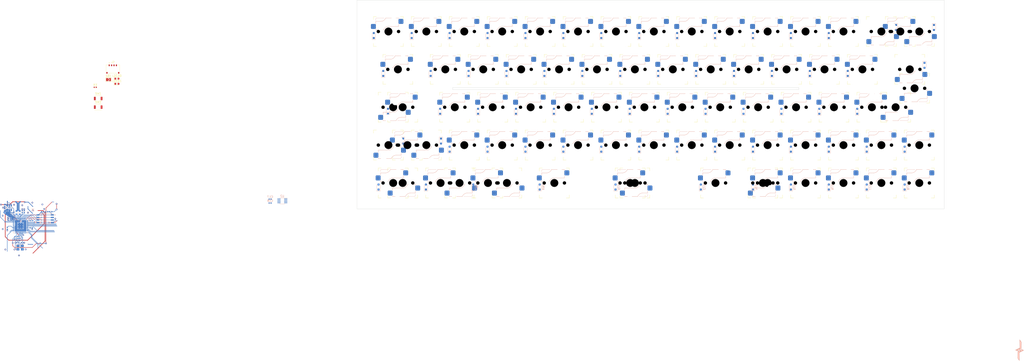
<source format=kicad_pcb>
(kicad_pcb (version 20221018) (generator pcbnew)
  (title_block (title "Calcite60 Keyboard") (rev "1.0") (company "SideraKB") (comment 1 "Open source hardware, CERN-OHL-P v2)") (comment 2 "Kailh Choc V1 (PG1350) Low Profile Switches"))
  (layers (0 "F.Cu" signal) (31 "B.Cu" signal) (34 "B.Paste" user) (35 "F.Paste" user) (36 "B.SilkS" user "B.Silkscreen") (37 "F.SilkS" user "F.Silkscreen") (38 "B.Mask" user) (39 "F.Mask" user) (44 "Edge.Cuts" user))
  (net 0 "")
  (net 1 "+5V")
  (net 2 "GND")
  (net 3 "+3V3")
  (net 4 "Net-(U4-XIN)")
  (net 5 "Net-(C5-Pad2)")
  (net 6 "+1V1")
  (net 7 "ROW_0")
  (net 8 "ROW_1")
  (net 9 "ROW_2")
  (net 10 "ROW_3")
  (net 11 "ROW_4")
  (net 12 "Net-(D1-A)")
  (net 13 "/USB_D+")
  (net 14 "/USB_D-")
  (net 15 "Net-(D2-A)")
  (net 16 "Net-(D3-A)")
  (net 17 "Net-(D4-A)")
  (net 18 "COL_0")
  (net 19 "COL_1")
  (net 20 "COL_2")
  (net 21 "COL_3")
  (net 22 "COL_4")
  (net 23 "COL_5")
  (net 24 "COL_6")
  (net 25 "COL_7")
  (net 26 "COL_8")
  (net 27 "COL_9")
  (net 28 "COL_10")
  (net 29 "COL_11")
  (net 30 "Net-(D5-A)")
  (net 31 "Net-(D6-A)")
  (net 32 "/RP2040/BOOT")
  (net 33 "/RP2040/QSPI_SS")
  (net 34 "Net-(D7-A)")
  (net 35 "/RP2040/~{RESET}")
  (net 36 "Net-(D8-A)")
  (net 37 "Net-(D9-A)")
  (net 38 "Net-(D10-A)")
  (net 39 "/RP2040/QSPI_D1")
  (net 40 "/RP2040/QSPI_D2")
  (net 41 "/RP2040/QSPI_D0")
  (net 42 "/RP2040/QSPI_SCLK")
  (net 43 "/RP2040/QSPI_D3")
  (net 44 "Net-(D11-A)")
  (net 45 "Net-(D12-A)")
  (net 46 "Net-(D13-A)")
  (net 47 "Net-(D14-A)")
  (net 48 "Net-(D17-A)")
  (net 49 "Net-(D18-A)")
  (net 50 "STATE_LED")
  (net 51 "Net-(D19-A)")
  (net 52 "Net-(D20-A)")
  (net 53 "Net-(D21-A)")
  (net 54 "Net-(D22-A)")
  (net 55 "Net-(D23-A)")
  (net 56 "Net-(D24-A)")
  (net 57 "Net-(D25-A)")
  (net 58 "Net-(D26-A)")
  (net 59 "Net-(D27-A)")
  (net 60 "Net-(D28-A)")
  (net 61 "Net-(D29-A)")
  (net 62 "Net-(D30-A)")
  (net 63 "Net-(D34-A)")
  (net 64 "Net-(D35-A)")
  (net 65 "Net-(D36-A)")
  (net 66 "Net-(D37-A)")
  (net 67 "Net-(D38-A)")
  (net 68 "Net-(D39-A)")
  (net 69 "Net-(D40-A)")
  (net 70 "Net-(D41-A)")
  (net 71 "Net-(D42-A)")
  (net 72 "Net-(D43-A)")
  (net 73 "Net-(D44-A)")
  (net 74 "Net-(D45-A)")
  (net 75 "Net-(D47-A)")
  (net 76 "Net-(D49-A)")
  (net 77 "Net-(D50-A)")
  (net 78 "Net-(D51-A)")
  (net 79 "Net-(D52-A)")
  (net 80 "Net-(D55-A)")
  (net 81 "Net-(D56-A)")
  (net 82 "Net-(D59-A)")
  (net 83 "Net-(D60-A)")
  (net 84 "Net-(SB1-A)")
  (net 85 "Net-(U4-USB_DP)")
  (net 86 "Net-(U4-USB_DM)")
  (net 87 "Net-(U4-XOUT)")
  (net 99 "Net-(D53-A)")
  (net 100 "Net-(D57-A)")
  (net 101 "Net-(D58-A)")
  (net 106 "Net-(D54-A)")
  (net 107 "ROW0")
  (net 108 "ROW1")
  (net 109 "Net-(D61-A)")
  (net 110 "Net-(D62-A)")
  (net 111 "Net-(D63-A)")
  (net 112 "Net-(D65-A)")
  (net 113 "COL0")
  (net 114 "COL1")
  (net 115 "COL2")
  (net 116 "COL3")
  (net 117 "COL4")
  (net 118 "COL5")
  (net 119 "COL6")
  (net 120 "COL7")
  (net 121 "COL8")
  (net 122 "COL9")
  (net 123 "COL10")
  (net 124 "COL11")
  (net 125 "COL12")
  (net 126 "COL13")
  (net 127 "COL14")
  (net 128 "ROW2")
  (net 129 "ROW3")
  (net 130 "ROW4")
  (net 131 "Net-(D67-A)")
  (net 132 "Net-(D69-A)")
  (net 133 "Net-(D70-A)")
  (net 134 "Net-(D72-A)")
  (net 135 "Net-(D75-A)")
  (net 136 "Net-(D76-A)")
  (net 137 "Net-(D77-A)")
  (net 138 "Net-(D78-A)")
  (net 139 "Net-(D16-A)")
  (net 140 "Net-(D33-A)")
  (net 141 "Net-(D74-A)")
  (net 143 "BACK_RGB_3V3")
  (net 144 "FRONT_RGB_3V3")
  (net 145 "FRONT_RGB_5V")
  (net 146 "Net-(LD100-K)")
  (footprint "key-switches:SW_MX_HotSwap" (layer "F.Cu") (at 82.94 157.362)
    (fp_text reference "KEY47" hide)
    (fp_text value "SW_Push_45deg" hide)
  )
  (footprint "key-switches:SW_MX_HotSwap" (layer "F.Cu") (at 311.54 157.362 180)
    (fp_text reference "KEY60" hide)
    (fp_text value "SW_Push_45deg" hide)
  )
  (footprint "key-switches:SW_MX_HotSwap" (layer "F.Cu") (at 321.065 119.262 180)
    (fp_text reference "KEY29" hide)
    (fp_text value "SW_Push_45deg" hide)
  )
  (footprint "key-switches:SW_MX_HotSwap" (layer "F.Cu") (at 337.73375 138.312)
    (fp_text reference "KEY46" hide)
    (fp_text value "SW_Push_45deg" hide)
  )
  (footprint "PCM_marbastlib-mx:STAB_MX_2.25u" (layer "F.Cu") (at 337.73375 138.312 180)
    (fp_text reference "S46" hide)
    (fp_text value "MX_stab")
  )
  (footprint "Button_Switch_SMD:SW_SPST_B3U-1000P" (layer "F.Cu") (at -62.88 138.262)
    (fp_text reference "SW2")
    (fp_text value "RESET")
  )
  (footprint "LED_SMD:LED_0603_1608Metric" (layer "F.Cu") (at -53.46 123.932)
    (fp_text reference "LD100")
    (fp_text value "Blue")
  )
  (footprint "Connector_Molex:Molex_Pico-EZmate_78171-0004_1x04-1MP_P1.20mm_Vertical" (layer "F.Cu") (at -55.53 119.100553)
    (fp_text reference "J2")
    (fp_text value "Conn_01x04")
  )
  (footprint "key-switches:SW_MX_HotSwap" (layer "F.Cu") (at 325.8275 138.312 180)
    (fp_text reference "KEY45" hide)
    (fp_text value "SW_Push_45deg" hide)
  )
  (footprint "key-switches:SW_MX_HotSwap" (layer "F.Cu") (at 225.815 119.262 180)
    (fp_text reference "KEY24" hide)
    (fp_text value "SW_Push_45deg" hide)
  )
  (footprint "key-switches:SW_MX_HotSwap" (layer "F.Cu") (at 349.64 157.362 180)
    (fp_text reference "KEY62" hide)
    (fp_text value "SW_Push_45deg" hide)
  )
  (footprint "key-switches:SW_MX_HotSwap" (layer "F.Cu") (at 247.24625 176.412 180)
    (fp_text reference "KEY72" hide)
    (fp_text value "SW_Push_45deg" hide)
  )
  (footprint "key-switches:SW_MX_HotSwap" (layer "F.Cu") (at 187.715 119.262 180)
    (fp_text reference "KEY22" hide)
    (fp_text value "SW_Push_45deg" hide)
  )
  (footprint "key-switches:SW_MX_HotSwap" (layer "F.Cu") (at 109.13375 176.412 180)
    (fp_text reference "KEY65" hide)
    (fp_text value "SW_Push_45deg" hide)
  )
  (footprint "key-switches:SW_MX_HotSwap" (layer "F.Cu") (at 178.19 157.362 180)
    (fp_text reference "KEY53" hide)
    (fp_text value "SW_Push_45deg" hide)
  )
  (footprint "key-switches:SW_MX_HotSwap" (layer "F.Cu") (at 273.44 176.412 180)
    (fp_text reference "KEY74" hide)
    (fp_text value "SW_Push_45deg" hide)
  )
  (footprint "key-switches:SW_MX_HotSwap" (layer "F.Cu") (at 311.54 100.212 180)
    (fp_text reference "KEY13" hide)
    (fp_text value "SW_Push_45deg" hide)
  )
  (footprint "key-switches:SW_MX_HotSwap" (layer "F.Cu") (at 168.665 119.262 180)
    (fp_text reference "KEY21" hide)
    (fp_text value "SW_Push_45deg" hide)
  )
  (footprint "key-switches:SW_MX_HotSwap" (layer "F.Cu") (at 211.5275 138.312 180)
    (fp_text reference "KEY39" hide)
    (fp_text value "SW_Push_45deg" hide)
  )
  (footprint "key-switches:SW_MX_HotSwap" (layer "F.Cu") (at 87.7025 119.262 180)
    (fp_text reference "KEY17" hide)
    (fp_text value "SW_Push_45deg" hide)
  )
  (footprint "key-switches:SW_MX_HotSwap" (layer "F.Cu") (at 101.99 100.212 180)
    (fp_text reference "KEY2" hide)
    (fp_text value "SW_Push_45deg" hide)
  )
  (footprint "key-switches:SW_MX_HotSwap" (layer "F.Cu") (at 159.14 157.362 180)
    (fp_text reference "KEY52" hide)
    (fp_text value "SW_Push_45deg" hide)
  )
  (footprint "key-switches:SW_MX_HotSwap" (layer "F.Cu") (at 306.7775 138.312 180)
    (fp_text reference "KEY44" hide)
    (fp_text value "SW_Push_45deg" hide)
  )
  (footprint "key-switches:SW_MX_HotSwap" (layer "F.Cu") (at 85.32125 138.312)
    (fp_text reference "KEY32" hide)
    (fp_text value "SW_Push_45deg" hide)
  )
  (footprint "key-switches:SW_MX_HotSwap" (layer "F.Cu") (at 149.615 119.262 180)
    (fp_text reference "KEY20" hide)
    (fp_text value "SW_Push_45deg" hide)
  )
  (footprint "key-switches:SW_MX_HotSwap" (layer "F.Cu") (at 244.865 119.262 180)
    (fp_text reference "KEY25" hide)
    (fp_text value "SW_Push_45deg" hide)
  )
  (footprint "key-switches:SW_MX_HotSwap" (layer "F.Cu") (at 90.08375 138.312 180)
    (fp_text reference "KEY33" hide)
    (fp_text value "SW_Push_45deg" hide)
  )
  (footprint "key-switches:SW_MX_HotSwap" (layer "F.Cu") (at 273.44 100.212 180)
    (fp_text reference "KEY11" hide)
    (fp_text value "SW_Push_45deg" hide)
  )
  (footprint "key-switches:SW_MX_HotSwap" (layer "F.Cu") (at 130.565 119.262 180)
    (fp_text reference "KEY19" hide)
    (fp_text value "SW_Push_45deg" hide)
  )
  (footprint "PCM_marbastlib-mx:STAB_MX_6.25u" (layer "F.Cu") (at 204.38375 176.412 180)
    (fp_text reference "S70" hide)
    (fp_text value "MX_stab")
  )
  (footprint "key-switches:SW_MX_HotSwap" (layer "F.Cu") (at 135.3275 138.312 180)
    (fp_text reference "KEY35" hide)
    (fp_text value "SW_Push_45deg" hide)
  )
  (footprint "key-switches:SW_MX_HotSwap" (layer "F.Cu") (at 142.47125 176.412)
    (fp_text reference "KEY68" hide)
    (fp_text value "SW_Push_45deg" hide)
  )
  (footprint "key-switches:SW_MX_HotSwap" (layer "F.Cu") (at 101.99 157.362)
    (fp_text reference "KEY49" hide)
    (fp_text value "SW_Push_45deg" hide)
  )
  (footprint "PCM_marbastlib-mx:STAB_MX_2u" (layer "F.Cu") (at 92.465 157.362)
    (fp_text reference "S48" hide)
    (fp_text value "MX_stab")
  )
  (footprint "PCM_marbastlib-mx:STAB_MX_ISO" (layer "F.Cu") (at 347.25875 128.787)
    (fp_text reference "S31" hide)
    (fp_text value "MX_stab")
  )
  (footprint "key-switches:SW_MX_HotSwap" (layer "F.Cu") (at 90.08375 176.412)
    (fp_text reference "KEY64" hide)
    (fp_text value "SW_Push_45deg" hide)
  )
  (footprint "PCM_marbastlib-mx:STAB_MX_3u" (layer "F.Cu") (at 206.765 176.412 180)
    (fp_text reference "S71" hide)
    (fp_text value "MX_stab")
  )
  (footprint "key-switches:SW_MX_HotSwap" (layer "F.Cu") (at 92.465 157.362 180)
    (fp_text reference "KEY48" hide)
    (fp_text value "SW_Push_45deg" hide)
  )
  (footprint "key-switches:SW_MX_HotSwap" (layer "F.Cu") (at 140.09 100.212 180)
    (fp_text reference "KEY4" hide)
    (fp_text value "SW_Push_45deg" hide)
  )
  (footprint "key-switches:SW_MX_HotSwap" (layer "F.Cu") (at 85.32125 176.412 180)
    (fp_text reference "KEY63" hide)
    (fp_text value "SW_Push_45deg" hide)
  )
  (footprint "key-switches:SW_MX_HotSwap" (layer "F.Cu") (at 311.54 176.412 180)
    (fp_text reference "KEY76" hide)
    (fp_text value "SW_Push_45deg" hide)
  )
  (footprint "key-switches:SW_MX_HotSwap" (layer "F.Cu") (at 132.94625 176.412 180)
    (fp_text reference "KEY67" hide)
    (fp_text value "SW_Push_45deg" hide)
  )
  (footprint "key-switches:SW_MX_HotSwap" (layer "F.Cu") (at 344.8775 119.262)
    (fp_text reference "KEY30" hide)
    (fp_text value "SW_Push_45deg" hide)
  )
  (footprint "Button_Switch_SMD:SW_SPST_B3U-1000P" (layer "F.Cu") (at -62.88 133.912)
    (fp_text reference "SW1")
    (fp_text value "BOOT")
  )
  (footprint "key-switches:SW_MX_HotSwap" (layer "F.Cu") (at 118.65875 176.412)
    (fp_text reference "KEY66" hide)
    (fp_text value "SW_Push_45deg" hide)
  )
  (footprint "key-switches:SW_MX_HotSwap" (layer "F.Cu") (at 282.965 119.262 180)
    (fp_text reference "KEY27" hide)
    (fp_text value "SW_Push_45deg" hide)
  )
  (footprint "key-switches:SW_MX_HotSwap" (layer "F.Cu") (at 216.29 100.212 180)
    (fp_text reference "KEY8" hide)
    (fp_text value "SW_Push_45deg" hide)
  )
  (footprint "key-switches:SW_MX_HotSwap" (layer "F.Cu") (at 271.05875 176.412)
    (fp_text reference "KEY73" hide)
    (fp_text value "SW_Push_45deg" hide)
  )
  (footprint "key-switches:SW_MX_HotSwap" (layer "F.Cu") (at 330.59 100.212)
    (fp_text reference "KEY14" hide)
    (fp_text value "SW_Push_45deg" hide)
  )
  (footprint "key-switches:SW_MX_HotSwap" (layer "F.Cu") (at 349.64 100.212)
    (fp_text reference "KEY16" hide)
    (fp_text value "SW_Push_45deg" hide)
  )
  (footprint "key-switches:SW_MX_HotSwap" (layer "F.Cu") (at 121.04 100.212 180)
    (fp_text reference "KEY3" hide)
    (fp_text value "SW_Push_45deg" hide)
  )
  (footprint "key-switches:SW_MX_HotSwap" (layer "F.Cu") (at 292.49 176.412 180)
    (fp_text reference "KEY75" hide)
    (fp_text value "SW_Push_45deg" hide)
  )
  (footprint "key-switches:SW_MX_HotSwap" (layer "F.Cu") (at 206.765 119.262 180)
    (fp_text reference "KEY23" hide)
    (fp_text value "SW_Push_45deg" hide)
  )
  (footprint "key-switches:SW_MX_HotSwap" (layer "F.Cu") (at 292.49 157.362 180)
    (fp_text reference "KEY59" hide)
    (fp_text value "SW_Push_45deg" hide)
  )
  (footprint "key-switches:SW_MX_HotSwap" (layer "F.Cu") (at 263.915 119.262 180)
    (fp_text reference "KEY26" hide)
    (fp_text value "SW_Push_45deg" hide)
  )
  (footprint "key-switches:SW_MX_HotSwap" (layer "F.Cu") (at 173.4275 138.312 180)
    (fp_text reference "KEY37" hide)
    (fp_text value "SW_Push_45deg" hide)
  )
  (footprint "key-switches:SW_MX_HotSwap" (layer "F.Cu") (at 204.38375 176.412 180)
    (fp_text reference "KEY70" hide)
    (fp_text value "SW_Push_45deg" hide)
  )
  (footprint "key-switches:SW_MX_HotSwap" (layer "F.Cu") (at 197.24 157.362 180)
    (fp_text reference "KEY54" hide)
    (fp_text value "SW_Push_45deg" hide)
  )
  (footprint "key-switches:SW_MX_HotSwap" (layer "F.Cu") (at 178.19 100.212 180)
    (fp_text reference "KEY6" hide)
    (fp_text value "SW_Push_45deg" hide)
  )
  (footprint "key-switches:SW_MX_HotSwap" (layer "F.Cu") (at 159.14 100.212 180)
    (fp_text reference "KEY5" hide)
    (fp_text value "SW_Push_45deg" hide)
  )
  (footprint "key-switches:SW_MX_HotSwap" (layer "F.Cu") (at 273.44 157.362 180)
    (fp_text reference "KEY58" hide)
    (fp_text value "SW_Push_45deg" hide)
  )
  (footprint "key-switches:SW_MX_HotSwap" (layer "F.Cu") (at 192.4775 138.312 180)
    (fp_text reference "KEY38" hide)
    (fp_text value "SW_Push_45deg" hide)
  )
  (footprint "key-switches:SW_MX_HotSwap" (layer "F.Cu") (at 235.34 100.212 180)
    (fp_text reference "KEY9" hide)
    (fp_text value "SW_Push_45deg" hide)
  )
  (footprint "key-switches:SW_MX_HotSwap" (layer "F.Cu") (at 116.2775 138.312 180)
    (fp_text reference "KEY34" hide)
    (fp_text value "SW_Push_45deg" hide)
  )
  (footprint "key-switches:SW_MX_HotSwap" (layer "F.Cu") (at 347.25875 128.787)
    (fp_text reference "KEY31" hide)
    (fp_text value "SW_Push_45deg" hide)
  )
  (footprint "LED_SMD:LED_0603_1608Metric" (layer "F.Cu") (at -53.46 126.522)
    (fp_text reference "LD101")
    (fp_text value "Blue")
  )
  (footprint "PCM_marbastlib-mx:STAB_MX_2u" (layer "F.Cu") (at 340.115 100.212)
    (fp_text reference "S15" hide)
    (fp_text value "MX_stab")
  )
  (footprint "key-switches:SW_MX_HotSwap" (layer "F.Cu") (at 216.29 157.362 180)
    (fp_text reference "KEY55" hide)
    (fp_text value "SW_Push_45deg" hide)
  )
  (footprint "key-switches:SW_MX_HotSwap" (layer "F.Cu") (at 82.94 100.212 180)
    (fp_text reference "KEY1" hide)
    (fp_text value "SW_Push_45deg" hide)
  )
  (footprint "key-switches:SW_MX_HotSwap" (layer "F.Cu") (at 154.3775 138.312 180)
    (fp_text reference "KEY36" hide)
    (fp_text value "SW_Push_45deg" hide)
  )
  (footprint "key-switches:SW_MX_HotSwap" (layer "F.Cu") (at 254.39 157.362 180)
    (fp_text reference "KEY57" hide)
    (fp_text value "SW_Push_45deg" hide)
  )
  (footprint "key-switches:SW_MX_HotSwap" (layer "F.Cu") (at 206.765 176.412)
    (fp_text reference "KEY71" hide)
    (fp_text value "SW_Push_45deg" hide)
  )
  (footprint "Resistor_SMD:R_0402_1005Metric" (layer "F.Cu") (at -64.35 128.282)
    (fp_text reference "R3")
    (fp_text value "1k")
  )
  (footprint "key-switches:SW_MX_HotSwap" (layer "F.Cu") (at 292.49 100.212 180)
    (fp_text reference "KEY12" hide)
    (fp_text value "SW_Push_45deg" hide)
  )
  (footprint "key-switches:SW_MX_HotSwap" (layer "F.Cu") (at 340.115 100.212 180)
    (fp_text reference "KEY15" hide)
    (fp_text value "SW_Push_45deg" hide)
  )
  (footprint "key-switches:SW_MX_HotSwap" (layer "F.Cu") (at 330.59 176.412 180)
    (fp_text reference "KEY77" hide)
    (fp_text value "SW_Push_45deg" hide)
  )
  (footprint "key-switches:SW_MX_HotSwap" (layer "F.Cu") (at 235.34 157.362 180)
    (fp_text reference "KEY56" hide)
    (fp_text value "SW_Push_45deg" hide)
  )
  (footprint "key-switches:SW_MX_HotSwap" (layer "F.Cu") (at 140.09 157.362 180)
    (fp_text reference "KEY51" hide)
    (fp_text value "SW_Push_45deg" hide)
  )
  (footprint "key-switches:SW_MX_HotSwap" (layer "F.Cu") (at 166.28375 176.412 180)
    (fp_text reference "KEY69" hide)
    (fp_text value "SW_Push_45deg" hide)
  )
  (footprint "key-switches:SW_MX_HotSwap" (layer "F.Cu") (at 349.64 176.412 180)
    (fp_text reference "KEY78" hide)
    (fp_text value "SW_Push_45deg" hide)
  )
  (footprint "key-switches:SW_MX_HotSwap" (layer "F.Cu") (at 111.515 119.262 180)
    (fp_text reference "KEY18" hide)
    (fp_text value "SW_Push_45deg" hide)
  )
  (footprint "key-switches:SW_MX_HotSwap" (layer "F.Cu") (at 121.04 157.362 180)
    (fp_text reference "KEY50" hide)
    (fp_text value "SW_Push_45deg" hide)
  )
  (footprint "key-switches:SW_MX_HotSwap" (layer "F.Cu") (at 249.6275 138.312 180)
    (fp_text reference "KEY41" hide)
    (fp_text value "SW_Push_45deg" hide)
  )
  (footprint "key-switches:SW_MX_HotSwap" (layer "F.Cu") (at 254.39 100.212 180)
    (fp_text reference "KEY10" hide)
    (fp_text value "SW_Push_45deg" hide)
  )
  (footprint "Jumper:SolderJumper-2_P1.3mm_Open_TrianglePad1.0x1.5mm" (layer "F.Cu") (at -57.68 124.412)
    (fp_text reference "SB1")
    (fp_text value "SolderJumper_2_Open")
  )
  (footprint "key-switches:SW_MX_HotSwap" (layer "F.Cu") (at 330.59 157.362 180)
    (fp_text reference "KEY61" hide)
    (fp_text value "SW_Push_45deg" hide)
  )
  (footprint "key-switches:SW_MX_HotSwap" (layer "F.Cu") (at 230.5775 138.312 180)
    (fp_text reference "KEY40" hide)
    (fp_text value "SW_Push_45deg" hide)
  )
  (footprint "key-switches:SW_MX_HotSwap" (layer "F.Cu") (at 287.7275 138.312 180)
    (fp_text reference "KEY43" hide)
    (fp_text value "SW_Push_45deg" hide)
  )
  (footprint "key-switches:SW_MX_HotSwap" (layer "F.Cu") (at 302.015 119.262 180)
    (fp_text reference "KEY28" hide)
    (fp_text value "SW_Push_45deg" hide)
  )
  (footprint "key-switches:SW_MX_HotSwap" (layer "F.Cu") (at 268.6775 138.312 180)
    (fp_text reference "KEY42" hide)
    (fp_text value "SW_Push_45deg" hide)
  )
  (footprint "key-switches:SW_MX_HotSwap" (layer "F.Cu") (at 197.24 100.212 180)
    (fp_text reference "KEY7" hide)
    (fp_text value "SW_Push_45deg" hide)
  )
  (footprint "Diode_SMD:D_SOD-323_HandSoldering" (layer "B.Cu") (at 247.024 159.394 90)
    (fp_text reference "D57" hide)
    (fp_text value "1N4148")
  )
  (footprint "Capacitor_SMD:C_0402_1005Metric" (layer "B.Cu") (at -108.5582 199.232 -90)
    (fp_text reference "C12" hide)
    (fp_text value "100nF")
  )
  (footprint "Diode_SMD:D_SOD-323_HandSoldering" (layer "B.Cu") (at 342.274 159.394 90)
    (fp_text reference "D62" hide)
    (fp_text value "1N4148")
  )
  (footprint "Diode_SMD:D_SOD-323_HandSoldering" (layer "B.Cu") (at 304.174 178.444 90)
    (fp_text reference "D76")
    (fp_text value "1N4148")
  )
  (footprint "Diode_SMD:D_SOD-323_HandSoldering" (layer "B.Cu") (at 357.006 98.18 -90)
    (fp_text reference "D16" hide)
    (fp_text value "1N4148")
  )
  (footprint "Diode_SMD:D_SOD-323_HandSoldering" (layer "B.Cu") (at 125.58025 178.444 90)
    (fp_text reference "D67")
    (fp_text value "1N4148")
  )
  (footprint "Resistor_SMD:R_0402_1005Metric" (layer "B.Cu") (at -104.7118 204.0072 90)
    (fp_text reference "R9" hide)
    (fp_text value "10k")
  )
  (footprint "Resistor_SMD:R_0603_1608Metric" (layer "B.Cu") (at -103.91 191.362 -90)
    (fp_text reference "R5" hide)
    (fp_text value "27")
  )
  (footprint "Package_TO_SOT_SMD:SOT-23-5" (layer "B.Cu") (at -107.533 188.818 -90)
    (fp_text reference "U1" hide)
    (fp_text value "RT9013-33GB")
  )
  (footprint "Package_SO:SOIC-8_5.23x5.23mm_P1.27mm" (layer "B.Cu") (at -89.5082 194.406 180)
    (fp_text reference "U3" hide)
    (fp_text value "W25Q128JVS")
  )
  (footprint "Diode_SMD:D_SOD-323_HandSoldering" (layer "B.Cu") (at 158.91775 178.444 90)
    (fp_text reference "D69")
    (fp_text value "1N4148")
  )
  (footprint "Capacitor_SMD:C_0402_1005Metric" (layer "B.Cu") (at -107.31 194.162 180)
    (fp_text reference "C10" hide)
    (fp_text value "100nF")
  )
  (footprint "Diode_SMD:D_SOD-323_HandSoldering" (layer "B.Cu") (at 189.874 102.244 90)
    (fp_text reference "D7" hide)
    (fp_text value "1N4148")
  )
  (footprint "Diode_SMD:D_SOD-323_HandSoldering" (layer "B.Cu") (at 170.824 102.244 90)
    (fp_text reference "D6" hide)
    (fp_text value "1N4148")
  )
  (footprint "Capacitor_SMD:C_0402_1005Metric" (layer "B.Cu") (at -106.31 191.962 90)
    (fp_text reference "C16" hide)
    (fp_text value "1uF")
  )
  (footprint "Diode_SMD:D_SOD-323_HandSoldering" (layer "B.Cu") (at 342.274 178.444 90)
    (fp_text reference "D78")
    (fp_text value "1N4148")
  )
  (footprint "Package_SO:SSOP-8_2.95x2.8mm_P0.65mm" (layer "B.Cu") (at 29.64 185.412 180)
    (fp_text reference "U2")
    (fp_text value "TXS0102DCT")
  )
  (footprint "Diode_SMD:D_SOD-323_HandSoldering" (layer "B.Cu") (at 80.3365 121.294 90)
    (fp_text reference "D17" hide)
    (fp_text value "1N4148")
  )
  (footprint "Capacitor_SMD:C_0402_1005Metric" (layer "B.Cu") (at -96.51 195.362)
    (fp_text reference "C13" hide)
    (fp_text value "100nF")
  )
  (footprint "Diode_SMD:D_SOD-323_HandSoldering" (layer "B.Cu") (at 285.124 178.444 90)
    (fp_text reference "D75")
    (fp_text value "1N4148")
  )
  (footprint "Diode_SMD:D_SOD-323_HandSoldering" (layer "B.Cu") (at 323.224 178.444 90)
    (fp_text reference "D77")
    (fp_text value "1N4148")
  )
  (footprint "Diode_SMD:D_SOD-323_HandSoldering" (layer "B.Cu") (at 123.199 121.294 90)
    (fp_text reference "D19" hide)
    (fp_text value "1N4148")
  )
  (footprint "Diode_SMD:D_SOD-323_HandSoldering" (layer "B.Cu") (at 352.2435 117.23 -90)
    (fp_text reference "D30" hide)
    (fp_text value "1N4148")
  )
  (footprint "Diode_SMD:D_SOD-323_HandSoldering" (layer "B.Cu") (at 199.399 121.294 90)
    (fp_text reference "D23" hide)
    (fp_text value "1N4148")
  )
  (footprint "Diode_SMD:D_SOD-323_HandSoldering" (layer "B.Cu") (at 261.3115 140.344 90)
    (fp_text reference "D42" hide)
    (fp_text value "1N4148")
  )
  (footprint "Diode_SMD:D_SOD-323_HandSoldering" (layer "B.Cu") (at 304.174 102.244 90)
    (fp_text reference "D13" hide)
    (fp_text value "1N4148")
  )
  (footprint "Diode_SMD:D_SOD-323_HandSoldering" (layer "B.Cu") (at 218.449 121.294 90)
    (fp_text reference "D24" hide)
    (fp_text value "1N4148")
  )
  (footprint "Diode_SMD:D_SOD-323_HandSoldering" (layer "B.Cu") (at 227.974 102.244 90)
    (fp_text reference "D9" hide)
    (fp_text value "1N4148")
  )
  (footprint "Diode_SMD:D_SOD-323_HandSoldering" (layer "B.Cu") (at 294.649 121.294 90)
    (fp_text reference "D28" hide)
    (fp_text value "1N4148")
  )
  (footprint "Capacitor_SMD:C_0402_1005Metric" (layer "B.Cu") (at 23.504 184.54 180)
    (fp_text reference "C17")
    (fp_text value "100nF")
  )
  (footprint "Diode_SMD:D_SOD-323_HandSoldering" (layer "B.Cu") (at 223.2115 140.344 90)
    (fp_text reference "D40" hide)
    (fp_text value "1N4148")
  )
  (footprint "Diode_SMD:D_SOD-323_HandSoldering" (layer "B.Cu") (at 337.956 98.18 -90)
    (fp_text reference "D14" hide)
    (fp_text value "1N4148")
  )
  (footprint "Diode_SMD:D_SOD-323_HandSoldering" (layer "B.Cu") (at 132.724 102.244 90)
    (fp_text reference "D4" hide)
    (fp_text value "1N4148")
  )
  (footprint "Diode_SMD:D_SOD-323_HandSoldering" (layer "B.Cu") (at 323.224 159.394 90)
    (fp_text reference "D61" hide)
    (fp_text value "1N4148")
  )
  (footprint "Diode_SMD:D_SOD-323_HandSoldering" (layer "B.Cu") (at 208.924 159.394 90)
    (fp_text reference "D55" hide)
    (fp_text value "1N4148")
  )
  (footprint "Diode_SMD:D_SOD-323_HandSoldering" (layer "B.Cu") (at 239.88025 178.444 90)
    (fp_text reference "D72")
    (fp_text value "1N4148")
  )
  (footprint "Resistor_SMD:R_0603_1608Metric" (layer "B.Cu") (at -102.31 191.362 -90)
    (fp_text reference "R4" hide)
    (fp_text value "27")
  )
  (footprint "Diode_SMD:D_SOD-323_HandSoldering" (layer "B.Cu") (at 82.71775 140.344 90)
    (fp_text reference "D33" hide)
    (fp_text value "1N4148")
  )
  (footprint "Diode_SMD:D_SOD-323_HandSoldering" (layer "B.Cu") (at 147.0115 140.344 90)
    (fp_text reference "D36" hide)
    (fp_text value "1N4148")
  )
  (footprint "Capacitor_SMD:C_0402_1005Metric" (layer "B.Cu") (at -101.022 206.471 180)
    (fp_text reference "C4" hide)
    (fp_text value "20pF")
  )
  (footprint "Capacitor_SMD:C_0402_1005Metric" (layer "B.Cu") (at -107.31 195.162 180)
    (fp_text reference "C11" hide)
    (fp_text value "100nF")
  )
  (footprint "Diode_SMD:D_SOD-323_HandSoldering" (layer "B.Cu") (at 94.624 102.244 90)
    (fp_text reference "D2" hide)
    (fp_text value "1N4148")
  )
  (footprint "Diode_SMD:D_SOD-323_HandSoldering" (layer "B.Cu") (at 266.074 159.394 90)
    (fp_text reference "D58" hide)
    (fp_text value "1N4148")
  )
  (footprint "Diode_SMD:D_SOD-323_HandSoldering" (layer "B.Cu") (at 237.499 121.294 90)
    (fp_text reference "D25" hide)
    (fp_text value "1N4148")
  )
  (footprint "Diode_SMD:D_SOD-323_HandSoldering" (layer "B.Cu") (at 227.974 159.394 90)
    (fp_text reference "D56" hide)
    (fp_text value "1N4148")
  )
  (footprint "Diode_SMD:D_SOD-323_HandSoldering" (layer "B.Cu") (at 151.774 102.244 90)
    (fp_text reference "D5" hide)
    (fp_text value "1N4148")
  )
  (footprint "Diode_SMD:D_SOD-323_HandSoldering" (layer "B.Cu") (at 204.1615 140.344 90)
    (fp_text reference "D39" hide)
    (fp_text value "1N4148")
  )
  (footprint "Crystal:Crystal_SMD_3225-4Pin_3.2x2.5mm" (layer "B.Cu") (at -102.0888 208.9094)
    (fp_text reference "Y1" hide)
    (fp_text value "12MHz")
  )
  (footprint "Resistor_SMD:R_0402_1005Metric" (layer "B.Cu") (at -103.181 205.455)
    (fp_text reference "R8" hide)
    (fp_text value "1k")
  )
  (footprint "Diode_SMD:D_SOD-323_HandSoldering" (layer "B.Cu") (at 280.3615 140.344 90)
    (fp_text reference "D43" hide)
    (fp_text value "1N4148")
  )
  (footprint "Diode_SMD:D_SOD-323_HandSoldering" (layer "B.Cu") (at 275.599 121.294 90)
    (fp_text reference "D27" hide)
    (fp_text value "1N4148")
  )
  (footprint "Diode_SMD:D_SOD-323_HandSoldering" (layer "B.Cu") (at 166.0615 140.344 90)
    (fp_text reference "D37" hide)
    (fp_text value "1N4148")
  )
  (footprint "Diode_SMD:D_SOD-323_HandSoldering" (layer "B.Cu") (at 142.249 121.294 90)
    (fp_text reference "D20" hide)
    (fp_text value "1N4148")
  )
  (footprint "Diode_SMD:D_SOD-323_HandSoldering" (layer "B.Cu") (at 127.9615 140.344 90)
    (fp_text reference "D35" hide)
    (fp_text value "1N4148")
  )
  (footprint "Diode_SMD:D_SOD-323_HandSoldering" (layer "B.Cu") (at 189.874 159.394 90)
    (fp_text reference "D54" hide)
    (fp_text value "1N4148")
  )
  (footprint "Diode_SMD:D_SOD-323_HandSoldering" (layer "B.Cu") (at 109.356 155.33 -90)
    (fp_text reference "D49" hide)
    (fp_text value "1N4148")
  )
  (footprint "Diode_SMD:D_SOD-323_HandSoldering" (layer "B.Cu") (at 113.674 102.244 90)
    (fp_text reference "D3" hide)
    (fp_text value "1N4148")
  )
  (footprint "Diode_SMD:D_SOD-323_HandSoldering" (layer "B.Cu") (at 304.174 159.394 90)
    (fp_text reference "D60" hide)
    (fp_text value "1N4148")
  )
  (footprint "Diode_SMD:D_SOD-323_HandSoldering" (layer "B.Cu") (at 108.9115 140.344 90)
    (fp_text reference "D34" hide)
    (fp_text value "1N4148")
  )
  (footprint "Capacitor_SMD:C_0402_1005Metric" (layer "B.Cu") (at -109.91 187.718 -90)
    (fp_text reference "C1" hide)
    (fp_text value "1uF")
  )
  (footprint "Diode_SMD:D_SOD-323_HandSoldering" (layer "B.Cu") (at 285.124 102.244 90)
    (fp_text reference "D12" hide)
    (fp_text value "1N4148")
  )
  (footprint "Diode_SMD:D_SOD-323_HandSoldering" (layer "B.Cu") (at 299.4115 140.344 90)
    (fp_text reference "D44" hide)
    (fp_text value "1N4148")
  )
  (footprint "Diode_SMD:D_SOD-323_HandSoldering" (layer "B.Cu") (at 101.76775 178.444 90)
    (fp_text reference "D65" hide)
    (fp_text value "1N4148")
  )
  (footprint "Diode_SMD:D_SOD-323_HandSoldering" (layer "B.Cu") (at 132.724 159.394 90)
    (fp_text reference "D51" hide)
    (fp_text value "1N4148")
  )
  (footprint "Capacitor_SMD:C_0402_1005Metric" (layer "B.Cu") (at -101.01 190.762 90)
    (fp_text reference "C9" hide)
    (fp_text value "100nF")
  )
  (footprint "Diode_SMD:D_SOD-323_HandSoldering" (layer "B.Cu") (at 266.074 178.444 90)
    (fp_text reference "D74")
    (fp_text value "1N4148")
  )
  (footprint "Diode_SMD:D_SOD-323_HandSoldering" (layer "B.Cu") (at 318.4615 140.344 90)
    (fp_text reference "D45" hide)
    (fp_text value "1N4148")
  )
  (footprint "Diode_SMD:D_SOD-323_HandSoldering" (layer "B.Cu") (at 313.699 121.294 90)
    (fp_text reference "D29" hide)
    (fp_text value "1N4148")
  )
  (footprint "Diode_SMD:D_SOD-323_HandSoldering" (layer "B.Cu") (at 266.074 102.244 90)
    (fp_text reference "D11" hide)
    (fp_text value "1N4148")
  )
  (footprint "Diode_SMD:D_SOD-323_HandSoldering" (layer "B.Cu") (at 77.95525 178.444 90)
    (fp_text reference "D63" hide)
    (fp_text value "1N4148")
  )
  (footprint "Diode_SMD:D_SOD-323_HandSoldering" (layer "B.Cu") (at 185.1115 140.344 90)
    (fp_text reference "D38" hide)
    (fp_text value "1N4148")
  )
  (footprint "Diode_SMD:D_SOD-323_HandSoldering" (layer "B.Cu") (at 285.124 159.394 90)
    (fp_text reference "D59" hide)
    (fp_text value "1N4148")
  )
  (footprint "Capacitor_SMD:C_0402_1005Metric" (layer "B.Cu") (at -90.7782 190.85)
    (fp_text reference "C3" hide)
    (fp_text value "100nF")
  )
  (footprint "Diode_SMD:D_SOD-323_HandSoldering" (layer "B.Cu") (at 113.674 159.394 90)
    (fp_text reference "D50" hide)
    (fp_text value "1N4148")
  )
  (footprint "Capacitor_SMD:C_0402_1005Metric" (layer "B.Cu") (at -105.31 191.962 90)
    (fp_text reference "C8" hide)
    (fp_text value "1uF")
  )
  (footprint "Diode_SMD:D_SOD-323_HandSoldering" (layer "B.Cu") (at 180.349 121.294 90)
    (fp_text reference "D22" hide)
    (fp_text value "1N4148")
  )
  (footprint "Capacitor_SMD:C_0402_1005Metric" (layer "B.Cu") (at -100.01 190.762 90)
    (fp_text reference "C6" hide)
    (fp_text value "100nF")
  )
  (footprint "Diode_SMD:D_SOD-323_HandSoldering" (layer "B.Cu") (at 197.01775 178.444 90)
    (fp_text reference "D70")
    (fp_text value "1N4148")
  )
  (footprint "Diode_SMD:D_SOD-323_HandSoldering" (layer "B.Cu") (at 170.824 159.394 90)
    (fp_text reference "D53" hide)
    (fp_text value "1N4148")
  )
  (footprint "Capacitor_SMD:C_0402_1005Metric" (layer "B.Cu") (at 23.504 186.51 180)
    (fp_text reference "C18")
    (fp_text value "100nF")
  )
  (footprint "Diode_SMD:D_SOD-323_HandSoldering" (layer "B.Cu") (at 161.299 121.294 90)
    (fp_text reference "D21" hide)
    (fp_text value "1N4148")
  )
  (footprint "Resistor_SMD:R_0402_1005Metric" (layer "B.Cu") (at -86.7142 190.85 180)
    (fp_text reference "R6" hide)
    (fp_text value "1k")
  )
  (footprint "Diode_SMD:D_SOD-323_HandSoldering" (layer "B.Cu") (at 151.774 159.394 90)
    (fp_text reference "D52" hide)
    (fp_text value "1N4148")
  )
  (footprint "Capacitor_SMD:C_0402_1005Metric" (layer "B.Cu") (at -103.7118 204.0072 -90)
    (fp_text reference "C7" hide)
    (fp_text value "100nF")
  )
  (footprint "Capacitor_SMD:C_0402_1005Metric" (layer "B.Cu") (at -103.181 206.471)
    (fp_text reference "C5" hide)
    (fp_text value "20pF")
  )
  (footprint "Capacitor_SMD:C_0402_1005Metric" (layer "B.Cu") (at -109.91 189.868 90)
    (fp_text reference "C2" hide)
    (fp_text value "1uF")
  )
  (footprint "Capacitor_SMD:C_0402_1005Metric" (layer "B.Cu") (at -102.7118 204.0072 -90)
    (fp_text reference "C15" hide)
    (fp_text value "100nF")
  )
  (footprint "Diode_SMD:D_SOD-323_HandSoldering" (layer "B.Cu") (at 104.149 121.294 90)
    (fp_text reference "D18" hide)
    (fp_text value "1N4148")
  )
  (footprint "Capacitor_SMD:C_0402_1005Metric" (layer "B.Cu") (at -96.51 198.962)
    (fp_text reference "C14" hide)
    (fp_text value "100nF")
  )
  (footprint "Diode_SMD:D_SOD-323_HandSoldering" (layer "B.Cu") (at 256.549 121.294 90)
    (fp_text reference "D26" hide)
    (fp_text value "1N4148")
  )
  (footprint "Resistor_SMD:R_0402_1005Metric" (layer "B.Cu") (at -88.7462 190.85)
    (fp_text reference "R7" hide)
    (fp_text value "10k")
  )
  (footprint "Diode_SMD:D_SOD-323_HandSoldering" (layer "B.Cu") (at 75.574 102.244 90)
    (fp_text reference "D1" hide)
    (fp_text value "1N4148")
  )
  (footprint "Diode_SMD:D_SOD-323_HandSoldering" (layer "B.Cu") (at 208.924 102.244 90)
    (fp_text reference "D8" hide)
    (fp_text value "1N4148")
  )
  (footprint "Diode_SMD:D_SOD-323_HandSoldering" (layer "B.Cu") (at 247.024 102.244 90)
    (fp_text reference "D10" hide)
    (fp_text value "1N4148")
  )
  (footprint "Diode_SMD:D_SOD-323_HandSoldering" (layer "B.Cu") (at 90.306 155.33 -90)
    (fp_text reference "D47" hide)
    (fp_text value "1N4148")
  )
  (footprint "Package_DFN_QFN:QFN-56-1EP_7x7mm_P0.4mm_EP3.2x3.2mm" (layer "B.Cu") (at -101.91 197.962 180)
    (fp_text reference "U4" hide)
    (fp_text value "RP2040")
  )
  (footprint "Diode_SMD:D_SOD-323_HandSoldering" (layer "B.Cu") (at 242.2615 140.344 90)
    (fp_text reference "D41" hide)
    (fp_text value "1N4148")
  )
  (gr_circle (center -97.637655 195.308412) (end -97.387655 195.308412) (fill solid) (layer "B.SilkS"))
  (gr_poly (pts (xy -95.71 189.545) (xy -96.345 190.561) (xy -95.075 190.561)) (stroke (width 0.15)) (fill none) (layer "B.SilkS"))
  (gr_circle (center -108.527378 186.513288) (end -108.277378 186.513288) (fill solid) (layer "B.SilkS"))
  (gr_line (start -96.345 189.418) (end -95.075 189.418) (stroke (width 0.15)) (layer "B.SilkS"))
  (gr_poly (pts (xy 399.094685 261.111379) (xy 399.041731 264.642047) (xy 400.007615 266.008319) (xy 399.932 261.756) (xy 402.26478 260.597217) (xy 401.182585 260.081355)) (fill solid) (layer "B.SilkS"))
  (gr_poly (pts (xy 400.094268 259.29982) (xy 397.764121 260.463891) (xy 398.847484 260.977297) (xy 400.933042 259.94254) (xy 400.977988 256.411761) (xy 400.00901 255.047682)) (fill solid) (layer "B.SilkS"))
  (gr_circle (center -84.54416 192.497871) (end -84.29416 192.497871) (fill solid) (layer "B.SilkS"))
  (gr_rect (start 115.14 128.412) (end 289.14 129.412) (stroke (width 0.1)) (fill none) (layer "Edge.Cuts"))
  (gr_rect locked (start 67.14 84.412) (end 362.14 189.412) (stroke (width 0.1)) (fill none) (layer "Edge.Cuts"))
  (segment (start -98.022 207.306) (end -98.16 207.168) (width 0.3) (layer "B.Cu") (net 0))
  (segment (start -95.7 207.306) (end -98.022 207.306) (width 0.3) (layer "B.Cu") (net 0))
  (segment (start -106.583 187.195) (end -107.36 186.418) (width 0.2) (layer "B.Cu") (net 1))
  (segment (start -108.483 185.6533) (end -108.483 187.6805) (width 0.5) (layer "B.Cu") (net 1))
  (segment (start -107.36 186.418) (end -108.4546 186.418) (width 0.2) (layer "B.Cu") (net 1))
  (segment (start -108.483 187.6805) (end -108.9475 187.6805) (width 0.5) (layer "B.Cu") (net 1))
  (segment (start -108.4546 186.418) (end -108.5046 186.368) (width 0.2) (layer "B.Cu") (net 1))
  (segment (start -108.9475 187.6805) (end -109.39 187.238) (width 0.5) (layer "B.Cu") (net 1))
  (segment (start -109.39 187.238) (end -109.833 187.238) (width 0.5) (layer "B.Cu") (net 1))
  (segment (start -106.583 187.6805) (end -106.583 187.195) (width 0.2) (layer "B.Cu") (net 1))
  (via (at -99.31 209.818) (size 0.8) (drill 0.4) (layers "F.Cu" "B.Cu") (net 2))
  (via (at -101.9034 197.962) (size 0.56) (drill 0.3) (layers "F.Cu" "B.Cu") (net 2))
  (via (at -95.71 190.218) (size 0.8) (drill 0.4) (layers "F.Cu" "B.Cu") (net 2))
  (via (at -109.41 188.818) (size 0.8) (drill 0.4) (layers "F.Cu" "B.Cu") (net 2))
  (via (at -105.31 190.918) (size 0.8) (drill 0.4) (layers "F.Cu" "B.Cu") (net 2))
  (via (at -101.01 187.618) (size 0.8) (drill 0.4) (layers "F.Cu" "B.Cu") (net 2))
  (via (at -100.51 202.618) (size 0.8) (drill 0.4) (layers "F.Cu" "B.Cu") (net 2))
  (via (at -95.9544 186.3248) (size 0.8) (drill 0.4) (layers "F.Cu" "B.Cu") (net 2))
  (via (at -98.1442 191.358) (size 0.8) (drill 0.4) (layers "F.Cu" "B.Cu") (net 2))
  (via (at -104.931 209.9) (size 0.8) (drill 0.4) (layers "F.Cu" "B.Cu") (net 2))
  (via (at -102.66 212.868) (size 0.8) (drill 0.4) (layers "F.Cu" "B.Cu") (net 2))
  (via (at -110.8442 199.613) (size 0.8) (drill 0.4) (layers "F.Cu" "B.Cu") (net 2))
  (via (at -104.423 206.471) (size 0.8) (drill 0.4) (layers "F.Cu" "B.Cu") (net 2))
  (via (at -100.735 199.1304) (size 0.56) (drill 0.3) (layers "F.Cu" "B.Cu") (net 2))
  (via (at -90.01 189.518) (size 0.8) (drill 0.4) (layers "F.Cu" "B.Cu") (net 2))
  (via (at -110.66 188.818) (size 0.8) (drill 0.4) (layers "F.Cu" "B.Cu") (net 2))
  (via (at -108.3042 193.898) (size 0.8) (drill 0.4) (layers "F.Cu" "B.Cu") (net 2))
  (via (at -100.01 206.485622) (size 0.8) (drill 0.4) (layers "F.Cu" "B.Cu") (net 2))
  (via (at -101.9034 199.1304) (size 0.56) (drill 0.3) (layers "F.Cu" "B.Cu") (net 2))
  (via (at -107.533 188.868) (size 0.8) (drill 0.4) (layers "F.Cu" "B.Cu") (net 2))
  (via (at -100.735 196.7936) (size 0.56) (drill 0.3) (layers "F.Cu" "B.Cu") (net 2))
  (via (at -108.5582 200.248) (size 0.8) (drill 0.4) (layers "F.Cu" "B.Cu") (net 2))
  (via (at -103.0718 196.7936) (size 0.56) (drill 0.3) (layers "F.Cu" "B.Cu") (net 2))
  (via (at -96.03 199.618) (size 0.8) (drill 0.4) (layers "F.Cu" "B.Cu") (net 2))
  (via (at -108.3042 194.914) (size 0.8) (drill 0.4) (layers "F.Cu" "B.Cu") (net 2))
  (via (at -101.01 189.618) (size 0.8) (drill 0.4) (layers "F.Cu" "B.Cu") (net 2))
  (via (at -90.91 187.218) (size 0.8) (drill 0.4) (layers "F.Cu" "B.Cu") (net 2))
  (via (at -109.51 209.9) (size 0.8) (drill 0.4) (layers "F.Cu" "B.Cu") (net 2))
  (via (at -103.0718 197.962) (size 0.56) (drill 0.3) (layers "F.Cu" "B.Cu") (net 2))
  (via (at -103.0718 199.1304) (size 0.56) (drill 0.3) (layers "F.Cu" "B.Cu") (net 2))
  (via (at -100.735 197.962) (size 0.56) (drill 0.3) (layers "F.Cu" "B.Cu") (net 2))
  (via (at -100.01 189.618) (size 0.8) (drill 0.4) (layers "F.Cu" "B.Cu") (net 2))
  (via (at -102.137 204.312) (size 0.8) (drill 0.4) (layers "F.Cu" "B.Cu") (net 2))
  (via (at -110.8442 192.882) (size 0.8) (drill 0.4) (layers "F.Cu" "B.Cu") (net 2))
  (via (at -101.9034 196.7936) (size 0.56) (drill 0.3) (layers "F.Cu" "B.Cu") (net 2))
  (via (at -95.6042 195.362) (size 0.56) (drill 0.3) (layers "F.Cu" "B.Cu") (net 2))
  (via (at -105.16 187.368) (size 0.8) (drill 0.4) (layers "F.Cu" "B.Cu") (net 2))
  (via (at -84.41 194.418) (size 0.8) (drill 0.4) (layers "F.Cu" "B.Cu") (net 2))
  (segment (start -108.5582 200.248) (end -108.5582 199.712) (width 0.2) (layer "B.Cu") (net 2))
  (segment (start -100.542 206.471) (end -100.9888 206.9178) (width 0.2) (layer "B.Cu") (net 2))
  (segment (start -109.41 188.818) (end -107.583 188.818) (width 0.2) (layer "B.Cu") (net 2))
  (segment (start -105.86 188.868) (end -105.31 189.418) (width 0.2) (layer "B.Cu") (net 2))
  (segment (start -104.55 206.344) (end -104.423 206.471) (width 0.2) (layer "B.Cu") (net 2))
  (segment (start -102.137 204.312) (end -102.3122 204.4872) (width 0.2) (layer "B.Cu") (net 2))
  (segment (start -102.7118 204.4872) (end -103.2038 204.4872) (width 0.2) (layer "B.Cu") (net 2))
  (segment (start -104.1826 209.7594) (end -103.1888 209.7594) (width 0.2) (layer "B.Cu") (net 2))
  (segment (start -84.41 194.418) (end -84.41 195.218) (width 0.2) (layer "B.Cu") (net 2))
  (segment (start -100.91 202.218) (end -100.91 201.3995) (width 0.2) (layer "B.Cu") (net 2))
  (segment (start -103.7118 204.4872) (end -103.7118 204.4898) (width 0.2) (layer "B.Cu") (net 2))
  (segment (start -109.91 188.198) (end -109.91 189.388) (width 0.2) (layer "B.Cu") (net 2))
  (segment (start -103.661 206.471) (end -104.423 206.471) (width 0.2) (layer "B.Cu") (net 2))
  (segment (start -104.55 205.328) (end -104.55 206.344) (width 0.2) (layer "B.Cu") (net 2))
  (segment (start -104.423 206.471) (end -104.55 206.598) (width 0.2) (layer "B.Cu") (net 2))
  (segment (start -108.0402 194.162) (end -107.79 194.162) (width 0.2) (layer "B.Cu") (net 2))
  (segment (start -100.527378 206.485622) (end -100.542 206.471) (width 0.2) (layer "B.Cu") (net 2))
  (segment (start -108.0562 195.162) (end -107.79 195.162) (width 0.2) (layer "B.Cu") (net 2))
  (segment (start -105.31 189.418) (end -105.31 190.918) (width 0.2) (layer "B.Cu") (net 2))
  (segment (start -100.9888 206.9178) (end -100.9888 208.0594) (width 0.2) (layer "B.Cu") (net 2))
  (segment (start -107.533 188.868) (end -105.86 188.868) (width 0.2) (layer "B.Cu") (net 2))
  (segment (start -109.41 188.818) (end -110.2232 188.818) (width 0.2) (layer "B.Cu") (net 2))
  (segment (start -95.6042 195.362) (end -96.03 195.362) (width 0.2) (layer "B.Cu") (net 2))
  (segment (start -109.41 188.818) (end -110.66 188.818) (width 0.2) (layer "B.Cu") (net 2))
  (segment (start -96.03 199.618) (end -96.03 198.962) (width 0.2) (layer "B.Cu") (net 2))
  (segment (start -107.583 188.818) (end -107.533 188.868) (width 0.2) (layer "B.Cu") (net 2))
  (segment (start -108.3042 193.898) (end -108.0402 194.162) (width 0.2) (layer "B.Cu") (net 2))
  (segment (start -103.7118 204.4898) (end -104.55 205.328) (width 0.2) (layer "B.Cu") (net 2))
  (segment (start -106.31 191.482) (end -105.31 191.482) (width 0.3) (layer "B.Cu") (net 2))
  (segment (start -100.51 202.618) (end -100.91 202.218) (width 0.2) (layer "B.Cu") (net 2))
  (segment (start -102.3122 204.4872) (end -102.7118 204.4872) (width 0.2) (layer "B.Cu") (net 2))
  (segment (start -104.55 209.392) (end -104.1826 209.7594) (width 0.2) (layer "B.Cu") (net 2))
  (segment (start -108.3042 194.914) (end -108.0562 195.162) (width 0.2) (layer "B.Cu") (net 2))
  (segment (start -84.41 195.218) (end -85.503 196.311) (width 0.2) (layer "B.Cu") (net 2))
  (segment (start -100.01 206.485622) (end -100.527378 206.485622) (width 0.2) (layer "B.Cu") (net 2))
  (segment (start -103.2038 204.4872) (end -103.7118 204.4872) (width 0.2) (layer "B.Cu") (net 2))
  (segment (start -104.55 206.598) (end -104.55 209.392) (width 0.2) (layer "B.Cu") (net 2))
  (segment (start -107.533 188.868) (end -107.533 187.6805) (width 0.2) (layer "B.Cu") (net 2))
  (segment (start -85.503 196.311) (end -85.9082 196.311) (width 0.2) (layer "B.Cu") (net 2))
  (segment (start -109.5742 191.418) (end -109.5742 203.4538) (width 0.3) (layer "F.Cu") (net 3))
  (segment (start -105.1215 205.2087) (end -105.1122 205.218) (width 0.2) (layer "F.Cu") (net 3))
  (segment (start -90.06 196.968) (end -98.31 205.218) (width 0.3) (layer "F.Cu") (net 3))
  (segment (start -90.06 192.5842) (end -90.06 196.968) (width 0.3) (layer "F.Cu") (net 3))
  (segment (start -105.1215 205.018) (end -105.1215 205.2087) (width 0.2) (layer "F.Cu") (net 3))
  (segment (start -107.81 205.218) (end -105.1122 205.218) (width 0.3) (layer "F.Cu") (net 3))
  (segment (start -98.31 205.218) (end -105.1122 205.218) (width 0.3) (layer "F.Cu") (net 3))
  (segment (start -109.5742 203.4538) (end -107.81 205.218) (width 0.3) (layer "F.Cu") (net 3))
  (segment (start -91.1681 191.4761) (end -90.06 192.5842) (width 0.3) (layer "F.Cu") (net 3))
  (via (at -105.1215 205.018) (size 0.56) (drill 0.3) (layers "F.Cu" "B.Cu") (net 3))
  (via (at -109.5742 191.418) (size 0.8) (drill 0.4) (layers "F.Cu" "B.Cu") (net 3))
  (via (at -91.1681 191.4761) (size 0.8) (drill 0.4) (layers "F.Cu" "B.Cu") (net 3))
  (segment (start -98.4725 195.362) (end -96.99 195.362) (width 0.2) (layer "B.Cu") (net 3))
  (segment (start -106.588052 198.162) (end -107.9682 198.162) (width 0.2) (layer "B.Cu") (net 3))
  (segment (start -106.83 195.162) (end -106.3452 195.162) (width 0.2) (layer "B.Cu") (net 3))
  (segment (start -104.51 194.5245) (end -104.51 195.362) (width 0.2) (layer "B.Cu") (net 3))
  (segment (start -98.4725 195.362) (end -99.4812 195.362) (width 0.2) (layer "B.Cu") (net 3))
  (segment (start -102.41 193.462) (end -102.51 193.562) (width 0.2) (layer "B.Cu") (net 3))
  (segment (start -105.1215 205.018) (end -105.1215 204.9269) (width 0.2) (layer "B.Cu") (net 3))
  (segment (start -107.2202 192.442) (end -106.31 192.442) (width 0.5) (layer "B.Cu") (net 3))
  (segment (start -102.402893 193.462) (end -102.41 193.462) (width 0.2) (layer "B.Cu") (net 3))
  (segment (start -98.4725 198.962) (end -99.5252 198.962) (width 0.2) (layer "B.Cu") (net 3))
  (segment (start -91.2582 190.85) (end -92.9092 192.501) (width 0.3) (layer "B.Cu") (net 3))
  (segment (start -109.4025 190.348) (end -109.01 189.9555) (width 0.5) (layer "B.Cu") (net 3))
  (segment (start -108.483 191.1792) (end -107.2202 192.442) (width 0.5) (layer "B.Cu") (net 3))
  (segment (start -91.0322 191.612) (end -89.5082 191.612) (width 0.2) (layer "B.Cu") (net 3))
  (segment (start -91.1681 191.4761) (end -91.2582 191.386) (width 0.3) (layer "B.Cu") (net 3))
  (segment (start -102.51 193.562) (end -102.51 194.5245) (width 0.2) (layer "B.Cu") (net 3))
  (segment (start -105.788052 198.962) (end -106.588052 198.162) (width 0.2) (layer "B.Cu") (net 3))
  (segment (start -109.91 190.348) (end -109.4025 190.348) (width 0.5) (layer "B.Cu") (net 3))
  (segment (start -106.305 192.442) (end -106.31 192.442) (width 0.2) (layer "B.Cu") (net 3))
  (segment (start -102.51 195.4571) (end -102.6019 195.549) (width 0.2) (layer "B.Cu") (net 3))
  (segment (start -107.9682 198.162) (end -108.5582 198.752) (width 0.2) (layer "B.Cu") (net 3))
  (segment (start -109.5742 191.418) (end -109.91 191.0822) (width 0.3) (layer "B.Cu") (net 3))
  (segment (start -109.91 191.0822) (end -109.91 190.348) (width 0.3) (layer "B.Cu") (net 3))
  (segment (start -91.1681 191.4761) (end -91.0322 191.612) (width 0.2) (layer "B.Cu") (net 3))
  (segment (start -98.4725 198.962) (end -96.99 198.962) (width 0.2) (layer "B.Cu") (net 3))
  (segment (start -101.156446 192.215554) (end -102.402893 193.462) (width 0.2) (layer "B.Cu") (net 3))
  (segment (start -105.23 193.517) (end -106.305 192.442) (width 0.2) (layer "B.Cu") (net 3))
  (segment (start -101.01 192.069107) (end -101.156446 192.215554) (width 0.2) (layer "B.Cu") (net 3))
  (segment (start -105.4425 194.5245) (end -104.51 194.5245) (width 0.2) (layer "B.Cu") (net 3))
  (segment (start -108.483 189.9555) (end -108.483 191.1792) (width 0.5) (layer "B.Cu") (net 3))
  (segment (start -89.5082 191.612) (end -89.2562 191.36) (width 0.2) (layer "B.Cu") (net 3))
  (segment (start -102.11 194.5245) (end -102.11 193.169108) (width 0.2) (layer "B.Cu") (net 3))
  (segment (start -91.2582 191.386) (end -91.2582 190.85) (width 0.3) (layer "B.Cu") (net 3))
  (segment (start -102.11 201.3995) (end -102.11 202.9254) (width 0.2) (layer "B.Cu") (net 3))
  (segment (start -109.01 189.9555) (end -108.483 189.9555) (width 0.5) (layer "B.Cu") (net 3))
  (segment (start -104.11 195.362) (end -105.3475 195.362) (width 0.2) (layer "B.Cu") (net 3))
  (segment (start -102.11 193.169108) (end -101.156446 192.215554) (width 0.2) (layer "B.Cu") (net 3))
  (segment (start -105.3475 195.362) (end -105.3475 194.6195) (width 0.2) (layer "B.Cu") (net 3))
  (segment (start -104.11 194.5245) (end -104.11 194.079) (width 0.2) (layer "B.Cu") (net 3))
  (segment (start -104.11 194.079) (end -104.672 193.517) (width 0.2) (layer "B.Cu") (net 3))
  (segment (start -102.11 194.5245) (end -102.11 195.0571) (width 0.2) (layer "B.Cu") (net 3))
  (segment (start -89.2562 191.36) (end -89.2562 190.85) (width 0.2) (layer "B.Cu") (net 3))
  (segment (start -105.3475 198.962) (end -104.2562 198.962) (width 0.2) (layer "B.Cu") (net 3))
  (segment (start -92.9092 192.501) (end -93.1082 192.501) (width 0.3) (layer "B.Cu") (net 3))
  (segment (start -101.01 191.242) (end -101.01 192.069107) (width 0.2) (layer "B.Cu") (net 3))
  (segment (start -102.11 195.0571) (end -102.6019 195.549) (width 0.2) (layer "B.Cu") (net 3))
  (segment (start -104.11 194.5245) (end -104.11 195.362) (width 0.2) (layer "B.Cu") (net 3))
  (segment (start -102.51 194.5245) (end -102.51 195.4571) (width 0.2) (layer "B.Cu") (net 3))
  (segment (start -105.3475 194.6195) (end -105.4425 194.5245) (width 0.2) (layer "B.Cu") (net 3))
  (segment (start -102.11 201.3995) (end -102.11 200.4038) (width 0.2) (layer "B.Cu") (net 3))
  (segment (start -106.83 194.162) (end -105.805 194.162) (width 0.2) (layer "B.Cu") (net 3))
  (segment (start -105.805 194.162) (end -105.4425 194.5245) (width 0.2) (layer "B.Cu") (net 3))
  (segment (start -106.3452 195.162) (end -106.1452 195.362) (width 0.2) (layer "B.Cu") (net 3))
  (segment (start -105.3475 198.962) (end -105.788052 198.962) (width 0.2) (layer "B.Cu") (net 3))
  (segment (start -104.672 193.517) (end -105.23 193.517) (width 0.2) (layer "B.Cu") (net 3))
  (segment (start -102.11 202.9254) (end -102.7118 203.5272) (width 0.2) (layer "B.Cu") (net 3))
  (segment (start -105.1215 204.9269) (end -104.7118 204.5172) (width 0.2) (layer "B.Cu") (net 3))
  (segment (start -106.1452 195.362) (end -105.3475 195.362) (width 0.2) (layer "B.Cu") (net 3))
  (segment (start -101.31 201.3995) (end -101.31 203.235157) (width 0.2) (layer "B.Cu") (net 4))
  (segment (start -102.01 206.979) (end -102.01 208.884) (width 0.2) (layer "B.Cu") (net 4))
  (segment (start -101.1346 209.7594) (end -100.9888 209.7594) (width 0.2) (layer "B.Cu") (net 4))
  (segment (start -101.31 203.235157) (end -100.81 203.735157) (width 0.2) (layer "B.Cu") (net 4))
  (segment (start -100.81 205.779) (end -101.502 206.471) (width 0.2) (layer "B.Cu") (net 4))
  (segment (start -102.01 208.884) (end -101.1346 209.7594) (width 0.2) (layer "B.Cu") (net 4))
  (segment (start -100.81 203.735157) (end -100.81 205.779) (width 0.2) (layer "B.Cu") (net 4))
  (segment (start -101.502 206.471) (end -102.01 206.979) (width 0.2) (layer "B.Cu") (net 4))
  (segment (start -103.691 205.481) (end -102.701 206.471) (width 0.2) (layer "B.Cu") (net 5))
  (segment (start -102.701 207.5716) (end -103.1888 208.0594) (width 0.2) (layer "B.Cu") (net 5))
  (segment (start -103.691 205.455) (end -103.691 205.481) (width 0.2) (layer "B.Cu") (net 5))
  (segment (start -102.701 206.471) (end -102.701 207.5716) (width 0.2) (layer "B.Cu") (net 5))
  (segment (start -102.71 202.618) (end -103.8592 201.4688) (width 0.2) (layer "F.Cu") (net 6))
  (segment (start -104.9006 193.7964) (end -103.148 195.549) (width 0.2) (layer "F.Cu") (net 6))
  (segment (start -103.0972 195.549) (end -101.71 195.549) (width 0.2) (layer "F.Cu") (net 6))
  (segment (start -103.148 195.549) (end -101.71 195.549) (width 0.2) (layer "F.Cu") (net 6))
  (segment (start -103.8592 201.4688) (end -103.8592 196.311) (width 0.2) (layer "F.Cu") (net 6))
  (segment (start -104.9006 192.7804) (end -104.9006 193.7964) (width 0.2) (layer "F.Cu") (net 6))
  (segment (start -103.8592 196.311) (end -103.0972 195.549) (width 0.2) (layer "F.Cu") (net 6))
  (via (at -102.71 202.618) (size 0.56) (drill 0.3) (layers "F.Cu" "B.Cu") (net 6))
  (via (at -104.9006 192.7804) (size 0.56) (drill 0.3) (layers "F.Cu" "B.Cu") (net 6))
  (via (at -101.71 195.549) (size 0.56) (drill 0.3) (layers "F.Cu" "B.Cu") (net 6))
  (segment (start -102.734854 202.618) (end -103.644054 203.5272) (width 0.2) (layer "B.Cu") (net 6))
  (segment (start -103.71 194.5245) (end -103.71 193.662) (width 0.2) (layer "B.Cu") (net 6))
  (segment (start -104.93 192.442) (end -105.31 192.442) (width 0.2) (layer "B.Cu") (net 6))
  (segment (start -103.0582 202.9472) (end -103.064054 202.9472) (width 0.2) (layer "B.Cu") (net 6))
  (segment (start -103.644054 203.5272) (end -103.7118 203.5272) (width 0.2) (layer "B.Cu") (net 6))
  (segment (start -101.71 193.334794) (end -100.01 191.634793) (width 0.2) (layer "B.Cu") (net 6))
  (segment (start -102.51 202.418) (end -102.51 201.3995) (width 0.2) (layer "B.Cu") (net 6))
  (segment (start -101.71 195.549) (end -101.71 194.5245) (width 0.2) (layer "B.Cu") (net 6))
  (segment (start -103.064054 202.9472) (end -103.644054 203.5272) (width 0.2) (layer "B.Cu") (net 6))
  (segment (start -104.9006 192.7804) (end -104.9716 192.7804) (width 0.2) (layer "B.Cu") (net 6))
  (segment (start -102.71 202.618) (end -102.51 202.418) (width 0.2) (layer "B.Cu") (net 6))
  (segment (start -100.01 191.634793) (end -100.01 191.242) (width 0.2) (layer "B.Cu") (net 6))
  (segment (start -103.71 193.662) (end -104.93 192.442) (width 0.2) (layer "B.Cu") (net 6))
  (segment (start -102.71 202.618) (end -102.734854 202.618) (width 0.2) (layer "B.Cu") (net 6))
  (segment (start -101.71 194.5245) (end -101.71 193.334794) (width 0.2) (layer "B.Cu") (net 6))
  (segment (start -104.9716 192.7804) (end -105.31 192.442) (width 0.2) (layer "B.Cu") (net 6))
  (segment (start -107.3 187.294) (end -105.874 185.868) (width 0.3) (layer "F.Cu") (net 7))
  (segment (start -99.9672 185.868) (end -99.7644 186.0708) (width 0.3) (layer "F.Cu") (net 7))
  (segment (start -105.874 185.868) (end -99.9672 185.868) (width 0.3) (layer "F.Cu") (net 7))
  (segment (start -111.724 187.294) (end -107.3 187.294) (width 0.3) (layer "F.Cu") (net 7))
  (via (at -111.724 187.294) (size 0.8) (drill 0.4) (layers "F.Cu" "B.Cu") (net 7))
  (via (at -99.7644 186.0708) (size 0.8) (drill 0.4) (layers "F.Cu" "B.Cu") (net 7))
  (segment (start -97.9572 186.0708) (end -95.722 188.306) (width 0.3) (layer "B.Cu") (net 7))
  (segment (start -95.722 188.306) (end -95.7 188.306) (width 0.3) (layer "B.Cu") (net 7))
  (segment (start -105.3475 196.162) (end -110.025686 196.162) (width 0.2) (layer "B.Cu") (net 7))
  (segment (start -99.7644 186.0708) (end -97.9572 186.0708) (width 0.3) (layer "B.Cu") (net 7))
  (segment (start -106.3322 200.562) (end -108.5582 202.788) (width 0.2) (layer "B.Cu") (net 8))
  (segment (start -108.5582 202.788) (end -108.5582 210.868) (width 0.2) (layer "B.Cu") (net 8))
  (segment (start -105.3475 200.562) (end -106.3322 200.562) (width 0.2) (layer "B.Cu") (net 8))
  (segment (start -105.3475 200.162) (end -106.497886 200.162) (width 0.2) (layer "B.Cu") (net 9))
  (segment (start -106.497886 200.162) (end -107.345886 201.01) (width 0.2) (layer "B.Cu") (net 9))
  (segment (start -102.275401 185.849) (end -102.0255 185.849) (width 0.2) (layer "B.Cu") (net 13))
  (segment (start -102.745 186.5685) (end -102.0255 185.849) (width 0.6) (layer "B.Cu") (net 13))
  (segment (start -102.745 190.102) (end -102.745 186.5685) (width 0.6) (layer "B.Cu") (net 13))
  (segment (start -102.31 190.537) (end -102.745 190.102) (width 0.6) (layer "B.Cu") (net 13))
  (segment (start -104.050599 185.849) (end -104.3005 185.849) (width 0.2) (layer "B.Cu") (net 14))
  (segment (start -103.91 190.537) (end -103.475 190.102) (width 0.6) (layer "B.Cu") (net 14))
  (segment (start -103.475 190.102) (end -103.475 186.6745) (width 0.6) (layer "B.Cu") (net 14))
  (segment (start -103.475 186.6745) (end -104.3005 185.849) (width 0.6) (layer "B.Cu") (net 14))
  (segment (start -98.16 188.168) (end -98.16 189.4661) (width 0.3) (layer "B.Cu") (net 16))
  (segment (start -96.0201 191.606) (end -95.7 191.606) (width 0.3) (layer "B.Cu") (net 16))
  (segment (start -98.16 189.4661) (end -96.0201 191.606) (width 0.3) (layer "B.Cu") (net 16))
  (segment (start -105.3475 195.762) (end -109.86 195.762) (width 0.2) (layer "B.Cu") (net 19))
  (segment (start -109.86 195.762) (end -112.11 193.512) (width 0.2) (layer "B.Cu") (net 19))
  (segment (start -112.11 193.512) (end -112.11 190.268) (width 0.2) (layer "B.Cu") (net 19))
  (segment (start -93.16 209.268) (end -95.66 211.768) (width 0.3) (layer "F.Cu") (net 20))
  (segment (start -89.56 191.368) (end -89.56 205.668) (width 0.3) (layer "F.Cu") (net 20))
  (segment (start -93.16 190.268) (end -90.66 190.268) (width 0.3) (layer "F.Cu") (net 20))
  (segment (start -90.66 190.268) (end -89.56 191.368) (width 0.3) (layer "F.Cu") (net 20))
  (segment (start -89.56 205.668) (end -93.16 209.268) (width 0.3) (layer "F.Cu") (net 20))
  (segment (start -97.794186 201.3995) (end -96.51 202.683686) (width 0.2) (layer "B.Cu") (net 20))
  (segment (start -93.16 207.433686) (end -93.16 209.268) (width 0.2) (layer "B.Cu") (net 20))
  (segment (start -99.31 201.3995) (end -97.794186 201.3995) (width 0.2) (layer "B.Cu") (net 20))
  (segment (start -96.51 204.083686) (end -93.16 207.433686) (width 0.2) (layer "B.Cu") (net 20))
  (segment (start -96.51 202.683686) (end -96.51 204.083686) (width 0.2) (layer "B.Cu") (net 20))
  (segment (start -96.11 203.918) (end -96.11 202.518) (width 0.2) (layer "B.Cu") (net 21))
  (segment (start -90.76 209.268) (end -96.11 203.918) (width 0.2) (layer "B.Cu") (net 21))
  (segment (start -98.066 200.562) (end -98.4725 200.562) (width 0.2) (layer "B.Cu") (net 21))
  (segment (start -96.11 202.518) (end -98.066 200.562) (width 0.2) (layer "B.Cu") (net 21))
  (segment (start -97.900314 200.162) (end -98.4725 200.162) (width 0.2) (layer "B.Cu") (net 22))
  (segment (start -97.014314 201.048) (end -97.900314 200.162) (width 0.2) (layer "B.Cu") (net 22))
  (segment (start -84.745885 201.048) (end -97.014314 201.048) (width 0.2) (layer "B.Cu") (net 22))
  (segment (start -97.734629 199.762) (end -98.4725 199.762) (width 0.2) (layer "B.Cu") (net 23))
  (segment (start -84.91157 200.648) (end -96.848628 200.648) (width 0.2) (layer "B.Cu") (net 23))
  (segment (start -96.848628 200.648) (end -97.734629 199.762) (width 0.2) (layer "B.Cu") (net 23))
  (segment (start -95.7852 198.162) (end -98.4725 198.162) (width 0.2) (layer "B.Cu") (net 24))
  (segment (start -85.077256 200.248) (end -93.6992 200.248) (width 0.2) (layer "B.Cu") (net 24))
  (segment (start -93.6992 200.248) (end -95.7852 198.162) (width 0.2) (layer "B.Cu") (net 24))
  (segment (start -95.212255 198.146) (end -95.596256 197.762) (width 0.2) (layer "B.Cu") (net 25))
  (segment (start -83.540942 198.146) (end -95.212255 198.146) (width 0.2) (layer "B.Cu") (net 25))
  (segment (start -95.596256 197.762) (end -98.4725 197.762) (width 0.2) (layer "B.Cu") (net 25))
  (segment (start -95.430571 197.362) (end -98.4725 197.362) (width 0.2) (layer "B.Cu") (net 26))
  (segment (start -83.706628 197.746) (end -95.04657 197.746) (width 0.2) (layer "B.Cu") (net 26))
  (segment (start -95.04657 197.746) (end -95.430571 197.362) (width 0.2) (layer "B.Cu") (net 26))
  (segment (start -95.264886 196.962) (end -98.4725 196.962) (width 0.2) (layer "B.Cu") (net 27))
  (segment (start -83.872314 197.346) (end -94.880885 197.346) (width 0.2) (layer "B.Cu") (net 27))
  (segment (start -94.880885 197.346) (end -95.264886 196.962) (width 0.2) (layer "B.Cu") (net 27))
  (segment (start -95.0992 196.562) (end -98.4725 196.562) (width 0.2) (layer "B.Cu") (net 28))
  (segment (start -84.038 196.946) (end -94.7152 196.946) (width 0.2) (layer "B.Cu") (net 28))
  (segment (start -94.7152 196.946) (end -95.0992 196.562) (width 0.2) (layer "B.Cu") (net 28))
  (segment (start -83.712 195.416) (end -84.514 196.218) (width 0.2) (layer "F.Cu") (net 29))
  (segment (start -87.51 196.218) (end -87.61 196.318) (width 0.2) (layer "F.Cu") (net 29))
  (segment (start -94.845493 196.040987) (end -94.70248 196.184) (width 0.2) (layer "F.Cu") (net 29))
  (segment (start -84.514 196.218) (end -87.51 196.218) (width 0.2) (layer "F.Cu") (net 29))
  (segment (start -94.70248 196.184) (end -91.4132 196.184) (width 0.2) (layer "F.Cu") (net 29))
  (via (at -91.4132 196.184) (size 0.56) (drill 0.3) (layers "F.Cu" "B.Cu") (net 29))
  (via (at -94.845493 196.040987) (size 0.56) (drill 0.3) (layers "F.Cu" "B.Cu") (net 29))
  (via (at -87.61 196.318) (size 0.56) (drill 0.3) (layers "F.Cu" "B.Cu") (net 29))
  (via (at -83.712 195.416) (size 0.56) (drill 0.3) (layers "F.Cu" "B.Cu") (net 29))
  (segment (start -87.744 196.184) (end -91.4132 196.184) (width 0.2) (layer "B.Cu") (net 29))
  (segment (start -94.966506 196.162) (end -98.4725 196.162) (width 0.2) (layer "B.Cu") (net 29))
  (segment (start -87.61 196.318) (end -87.744 196.184) (width 0.2) (layer "B.Cu") (net 29))
  (segment (start -94.845493 196.040987) (end -94.966506 196.162) (width 0.2) (layer "B.Cu") (net 29))
  (segment (start -83.784 189.707) (end -83.784 186.913) (width 0.2) (layer "F.Cu") (net 32))
  (via (at -83.784 189.707) (size 0.8) (drill 0.4) (layers "F.Cu" "B.Cu") (net 32))
  (via (at -83.784 186.913) (size 0.8) (drill 0.4) (layers "F.Cu" "B.Cu") (net 32))
  (segment (start -84.927 190.85) (end -86.2042 190.85) (width 0.2) (layer "B.Cu") (net 32))
  (segment (start -83.784 189.707) (end -84.927 190.85) (width 0.2) (layer "B.Cu") (net 32))
  (segment (start -91.51 192.501) (end -96.7472 192.501) (width 0.15) (layer "F.Cu") (net 33))
  (segment (start -96.7472 192.501) (end -98.7792 194.533) (width 0.15) (layer "F.Cu") (net 33))
  (via (at -98.7792 194.533) (size 0.56) (drill 0.3) (layers "F.Cu" "B.Cu") (net 33))
  (via (at -91.51 192.501) (size 0.56) (drill 0.3) (layers "F.Cu" "B.Cu") (net 33))
  (segment (start -87.2242 190.85) (end -87.2242 190.9038) (width 0.2) (layer "B.Cu") (net 33))
  (segment (start -98.7877 194.5245) (end -99.31 194.5245) (width 0.15) (layer "B.Cu") (net 33))
  (segment (start -91.51 192.501) (end -85.9082 192.501) (width 0.15) (layer "B.Cu") (net 33))
  (segment (start -98.7792 194.533) (end -98.7877 194.5245) (width 0.15) (layer "B.Cu") (net 33))
  (segment (start -88.2362 190.85) (end -87.2242 190.85) (width 0.2) (layer "B.Cu") (net 33))
  (segment (start -85.9082 192.2198) (end -85.9082 192.501) (width 0.2) (layer "B.Cu") (net 33))
  (segment (start -87.2242 190.9038) (end -85.9082 192.2198) (width 0.2) (layer "B.Cu") (net 33))
  (segment (start -95.976 208.884) (end -104.931 208.884) (width 0.2) (layer "F.Cu") (net 35))
  (segment (start -86.07 185.943) (end -88.864 188.737) (width 0.2) (layer "F.Cu") (net 35))
  (segment (start -89.11 188.983) (end -88.8275 188.7005) (width 0.2) (layer "F.Cu") (net 35))
  (segment (start -93.91 206.818) (end -95.976 208.884) (width 0.2) (layer "F.Cu") (net 35))
  (segment (start -89.11 206.818) (end -89.11 188.983) (width 0.2) (layer "F.Cu") (net 35))
  (segment (start -92.01 206.818) (end -93.91 206.818) (width 0.2) (layer "F.Cu") (net 35))
  (segment (start -104.931 208.884) (end -105.81 208.005) (width 0.2) (layer "F.Cu") (net 35))
  (segment (start -105.81 208.005) (end -105.81 206.618) (width 0.2) (layer "F.Cu") (net 35))
  (via (at -105.81 206.618) (size 0.8) (drill 0.4) (layers "F.Cu" "B.Cu") (net 35))
  (via (at -92.01 206.818) (size 0.8) (drill 0.4) (layers "F.Cu" "B.Cu") (net 35))
  (via (at -89.11 206.818) (size 0.8) (drill 0.4) (layers "F.Cu" "B.Cu") (net 35))
  (segment (start -86.07 185.943) (end -85.117 185.943) (width 0.2) (layer "B.Cu") (net 35))
  (segment (start -103.71 202.4954) (end -104.7118 203.4972) (width 0.2) (layer "B.Cu") (net 35))
  (segment (start -105.81 204.5954) (end -104.7118 203.4972) (width 0.2) (layer "B.Cu") (net 35))
  (segment (start -105.81 206.618) (end -105.81 204.5954) (width 0.2) (layer "B.Cu") (net 35))
  (segment (start -103.71 201.3995) (end -103.71 202.4954) (width 0.2) (layer "B.Cu") (net 35))
  (segment (start -92.01 206.818) (end -89.11 206.818) (width 0.2) (layer "B.Cu") (net 35))
  (segment (start -91.51 193.771) (end -96.848 193.771) (width 0.15) (layer "F.Cu") (net 39))
  (segment (start -96.848 193.771) (end -97.61 194.533) (width 0.15) (layer "F.Cu") (net 39))
  (via (at -91.51 193.771) (size 0.56) (drill 0.3) (layers "F.Cu" "B.Cu") (net 39))
  (via (at -97.61 194.533) (size 0.56) (drill 0.3) (layers "F.Cu" "B.Cu") (net 39))
  (segment (start -99.71 194.5245) (end -99.71 194.127868) (width 0.15) (layer "B.Cu") (net 39))
  (segment (start -97.61 194.533) (end -98.372 193.771) (width 0.15) (layer "B.Cu") (net 39))
  (segment (start -99.71 194.119304) (end -99.71 194.5245) (width 0.15) (layer "B.Cu") (net 39))
  (segment (start -99.361696 193.771) (end -99.71 194.119304) (width 0.15) (layer "B.Cu") (net 39))
  (segment (start -98.372 193.771) (end -99.361696 193.771) (width 0.15) (layer "B.Cu") (net 39))
  (segment (start -91.51 193.771) (end -85.9082 193.771) (width 0.15) (layer "B.Cu") (net 39))
  (segment (start -91.51 195.041) (end -92.018 194.533) (width 0.15) (layer "F.Cu") (net 40))
  (segment (start -92.018 194.533) (end -96.51 194.533) (width 0.15) (layer "F.Cu") (net 40))
  (via (at -91.51 195.041) (size 0.56) (drill 0.3) (layers "F.Cu" "B.Cu") (net 40))
  (via (at -96.51 194.533) (size 0.56) (drill 0.3) (layers "F.Cu" "B.Cu") (net 40))
  (segment (start -97.622 193.421) (end -99.50667 193.421) (width 0.15) (layer "B.Cu") (net 40))
  (segment (start -99.50667 193.421) (end -100.11 194.02433) (width 0.15) (layer "B.Cu") (net 40))
  (segment (start -91.51 195.041) (end -85.9082 195.041) (width 0.15) (layer "B.Cu") (net 40))
  (segment (start -96.51 194.533) (end -97.622 193.421) (width 0.15) (layer "B.Cu") (net 40))
  (segment (start -100.11 194.02433) (end -100.11 194.5245) (width 0.15) (layer "B.Cu") (net 40))
  (segment (start -96.5582 193.071) (end -93.3182 196.311) (width 0.15) (layer "B.Cu") (net 41))
  (segment (start -99.651644 193.071) (end -96.5582 193.071) (width 0.15) (layer "B.Cu") (net 41))
  (segment (start -100.51 193.929356) (end -99.651644 193.071) (width 0.15) (layer "B.Cu") (net 41))
  (segment (start -100.51 194.5245) (end -100.51 193.929356) (width 0.15) (layer "B.Cu") (net 41))
  (segment (start -93.3182 196.311) (end -93.1082 196.311) (width 0.15) (layer "B.Cu") (net 41))
  (segment (start -100.91 194.5245) (end -100.91 193.834382) (width 0.15) (layer "B.Cu") (net 42))
  (segment (start -93.3182 195.041) (end -93.1082 195.041) (width 0.15) (layer "B.Cu") (net 42))
  (segment (start -100.91 193.834382) (end -99.796618 192.721) (width 0.15) (layer "B.Cu") (net 42))
  (segment (start -99.796618 192.721) (end -95.6382 192.721) (width 0.15) (layer "B.Cu") (net 42))
  (segment (start -95.6382 192.721) (end -93.3182 195.041) (width 0.15) (layer "B.Cu") (net 42))
  (segment (start -101.31 194.5245) (end -101.31 193.739408) (width 0.15) (layer "B.Cu") (net 43))
  (segment (start -99.941592 192.371) (end -94.757 192.371) (width 0.15) (layer "B.Cu") (net 43))
  (segment (start -94.757 192.371) (end -93.357 193.771) (width 0.15) (layer "B.Cu") (net 43))
  (segment (start -101.31 193.739408) (end -99.941592 192.371) (width 0.15) (layer "B.Cu") (net 43))
  (segment (start -93.357 193.771) (end -93.1082 193.771) (width 0.15) (layer "B.Cu") (net 43))
  (segment (start -102.91 192.787) (end -102.31 192.187) (width 0.2) (layer "B.Cu") (net 85))
  (segment (start -102.91 194.5245) (end -102.91 192.787) (width 0.2) (layer "B.Cu") (net 85))
  (segment (start -103.31 194.5245) (end -103.31 192.787) (width 0.2) (layer "B.Cu") (net 86))
  (segment (start -103.31 192.787) (end -103.91 192.187) (width 0.2) (layer "B.Cu") (net 86))
  (segment (start -101.71 201.3995) (end -101.71 203.400843) (width 0.2) (layer "B.Cu") (net 87))
  (segment (start -101.21 204.718) (end -101.947 205.455) (width 0.2) (layer "B.Cu") (net 87))
  (segment (start -101.71 203.400843) (end -101.21 203.900843) (width 0.2) (layer "B.Cu") (net 87))
  (segment (start -101.947 205.455) (end -102.671 205.455) (width 0.2) (layer "B.Cu") (net 87))
  (segment (start -101.21 203.900843) (end -101.21 204.718) (width 0.2) (layer "B.Cu") (net 87))
  (zone (net 3) (net_name "+3V3") (layer "B.Cu") (priority 1) (connect_pads (clearance 0.25)) (min_thickness 0.25) (fill yes (thermal_gap 0.25) (thermal_bridge_width 0.4))
    (polygon (pts (xy -110.4632 189.58) (xy -105.7642 189.58) (xy -105.7642 192.882) (xy -103.8592 193.771) (xy -103.8592 195.676) (xy -107.4152 195.676) (xy -107.4152 193.771) (xy -110.4632 191.485)))
  )
  (zone (net 3) (net_name "+3V3") (layer "B.Cu") (priority 1) (connect_pads (clearance 0.25)) (min_thickness 0.25) (fill yes (thermal_gap 0.25) (thermal_bridge_width 0.25))
    (polygon (pts (xy -98.86 201.112) (xy -105.11 201.112) (xy -105.11 194.862) (xy -98.86 194.862)))
  )
)
</source>
